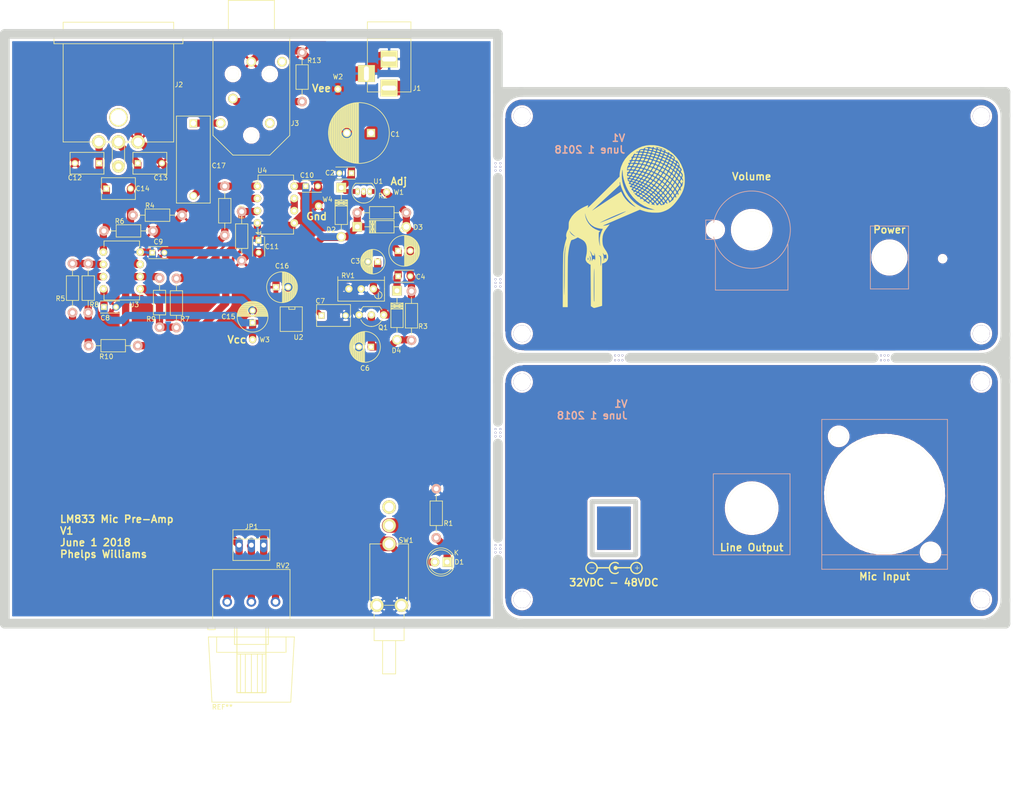
<source format=kicad_pcb>
(kicad_pcb (version 4) (host pcbnew 4.0.7-e2-6376~58~ubuntu16.04.1)
  (layers (0 F.Cu signal) (31 B.Cu signal) (34 B.Paste user) (35 F.Paste user) (36 B.SilkS user) (37 F.SilkS user) (38 B.Mask user) (39 F.Mask user) (44 Edge.Cuts user))
  (net 0 "")
  (net 1 "Net-(C1-Pad1)")
  (net 2 "Net-(C3-Pad1)")
  (net 3 VCC)
  (net 4 "Net-(C6-Pad1)")
  (net 5 "Net-(C7-Pad1)")
  (net 6 GND)
  (net 7 Vin+)
  (net 8 Vin-)
  (net 9 "Net-(D1-Pad1)")
  (net 10 "Net-(J1-Pad1)")
  (net 11 "Net-(J3-Pad3)")
  (net 12 Vout)
  (net 13 "Net-(JP1-Pad1)")
  (net 14 "Net-(JP1-Pad2)")
  (net 15 "Net-(JP1-Pad3)")
  (net 16 "Net-(R5-Pad1)")
  (net 17 "Net-(R7-Pad2)")
  (net 18 "Net-(R10-Pad2)")
  (net 19 "Net-(R12-Pad2)")
  (net 20 "Net-(R10-Pad1)")
  (net 21 "Net-(U4-Pad6)")
  (net 22 "Net-(C17-Pad2)")
  (net 23 GNDPWR)
  (net 24 "Net-(SW1-Pad3)")
  (net 25 "Net-(J2-Pad4)")
  (module Capacitors_ThroughHole:C_Radial_D12.5_L25_P5 (layer F.Cu) (at 108.75 49.75 180)
    (fp_text reference C1 (at -5 -0.25 180) (layer F.SilkS))
    (fp_text value 470uF)
    (pad 2 thru_hole circle (at 5 0 180) (size 1.7 1.7) (drill 1.2) (layers *.Cu *.Mask F.SilkS) (net 23 GNDPWR))
    (pad 1 thru_hole rect (at 0 0 180) (size 1.7 1.7) (drill 1.2) (layers *.Cu *.Mask F.SilkS) (net 1 "Net-(C1-Pad1)"))
  )
  (module Capacitors_ThroughHole:C_Rect_L4_W2.5_P2.5 (layer F.Cu) (at 104.7 58.05 180)
    (fp_text reference C2 (at 4.45 0.05 180) (layer F.SilkS))
    (fp_text value 0.1uF)
    (pad 1 thru_hole rect (at 0 0 180) (size 1.2 1.2) (drill 0.7) (layers *.Cu *.Mask F.SilkS) (net 1 "Net-(C1-Pad1)"))
    (pad 2 thru_hole circle (at 2.5 0 180) (size 1.2 1.2) (drill 0.7) (layers *.Cu *.Mask F.SilkS) (net 23 GNDPWR))
  )
  (module Capacitors_ThroughHole:C_Radial_D5_L11_P2 (layer F.Cu) (at 110.125 76.375 180)
    (fp_text reference C3 (at 4.625 0.125 180) (layer F.SilkS))
    (fp_text value 10uF/63V)
    (pad 1 thru_hole rect (at 0 0 180) (size 1.3 1.3) (drill 0.8) (layers *.Cu *.Mask F.SilkS) (net 2 "Net-(C3-Pad1)"))
    (pad 2 thru_hole circle (at 2 0 180) (size 1.3 1.3) (drill 0.8) (layers *.Cu *.Mask F.SilkS) (net 23 GNDPWR))
  )
  (module Capacitors_ThroughHole:C_Rect_L4_W2.5_P2.5 (layer F.Cu) (at 114.375 79.375)
    (fp_text reference C4 (at 4.625 0.125) (layer F.SilkS))
    (fp_text value 0.1uF)
    (pad 1 thru_hole rect (at 0 0) (size 1.2 1.2) (drill 0.7) (layers *.Cu *.Mask F.SilkS) (net 3 VCC))
    (pad 2 thru_hole circle (at 2.5 0) (size 1.2 1.2) (drill 0.7) (layers *.Cu *.Mask F.SilkS) (net 2 "Net-(C3-Pad1)"))
  )
  (module Capacitors_ThroughHole:C_Radial_D6.3_L11.2_P2.5 (layer F.Cu) (at 114.375 74.125)
    (fp_text reference C5 (at 1.25 -4.4) (layer F.SilkS))
    (fp_text value 25uF)
    (pad 2 thru_hole circle (at 2.5 0) (size 1.3 1.3) (drill 0.8) (layers *.Cu *.Mask F.SilkS) (net 2 "Net-(C3-Pad1)"))
    (pad 1 thru_hole rect (at 0 0) (size 1.3 1.3) (drill 0.8) (layers *.Cu *.Mask F.SilkS) (net 3 VCC))
  )
  (module Capacitors_ThroughHole:C_Radial_D6.3_L11.2_P2.5 (layer F.Cu) (at 108.75 94 180)
    (fp_text reference C6 (at 1.25 -4.4 180) (layer F.SilkS))
    (fp_text value 25uF)
    (pad 2 thru_hole circle (at 2.5 0 180) (size 1.3 1.3) (drill 0.8) (layers *.Cu *.Mask F.SilkS) (net 23 GNDPWR))
    (pad 1 thru_hole rect (at 0 0 180) (size 1.3 1.3) (drill 0.8) (layers *.Cu *.Mask F.SilkS) (net 4 "Net-(C6-Pad1)"))
  )
  (module Capacitors_ThroughHole:C_Rect_L7_W4.5_P5 (layer F.Cu) (at 98.5 87.5)
    (fp_text reference C7 (at -0.25 -3) (layer F.SilkS))
    (fp_text value 1uF)
    (pad 1 thru_hole rect (at 0 0) (size 1.3 1.3) (drill 0.8) (layers *.Cu *.Mask F.SilkS) (net 5 "Net-(C7-Pad1)"))
    (pad 2 thru_hole circle (at 5 0) (size 1.3 1.3) (drill 0.8) (layers *.Cu *.Mask F.SilkS) (net 23 GNDPWR))
  )
  (module Capacitors_ThroughHole:C_Rect_L4_W2.5_P2.5 (layer F.Cu) (at 53.5 85.75)
    (fp_text reference C8 (at 0.25 2.25) (layer F.SilkS))
    (fp_text value 0.1uF)
    (pad 1 thru_hole rect (at 0 0) (size 1.2 1.2) (drill 0.7) (layers *.Cu *.Mask F.SilkS) (net 3 VCC))
    (pad 2 thru_hole circle (at 2.5 0) (size 1.2 1.2) (drill 0.7) (layers *.Cu *.Mask F.SilkS) (net 6 GND))
  )
  (module Capacitors_ThroughHole:C_Rect_L4_W2.5_P2.5 (layer F.Cu) (at 63.5 74.5)
    (fp_text reference C9 (at 1.25 -2.25) (layer F.SilkS))
    (fp_text value 0.1uF)
    (pad 1 thru_hole rect (at 0 0) (size 1.2 1.2) (drill 0.7) (layers *.Cu *.Mask F.SilkS) (net 23 GNDPWR))
    (pad 2 thru_hole circle (at 2.5 0) (size 1.2 1.2) (drill 0.7) (layers *.Cu *.Mask F.SilkS) (net 6 GND))
  )
  (module Capacitors_ThroughHole:C_Rect_L4_W2.5_P2.5 (layer F.Cu) (at 95.25 60.75)
    (fp_text reference C10 (at 0.25 -2.25) (layer F.SilkS))
    (fp_text value 0.1uF)
    (pad 1 thru_hole rect (at 0 0) (size 1.2 1.2) (drill 0.7) (layers *.Cu *.Mask F.SilkS) (net 3 VCC))
    (pad 2 thru_hole circle (at 2.5 0) (size 1.2 1.2) (drill 0.7) (layers *.Cu *.Mask F.SilkS) (net 6 GND))
  )
  (module Capacitors_ThroughHole:C_Rect_L4_W2.5_P2.5 (layer F.Cu) (at 85.5 72 270)
    (fp_text reference C11 (at 1.25 -2.75 360) (layer F.SilkS))
    (fp_text value 0.1uF)
    (pad 1 thru_hole rect (at 0 0 270) (size 1.2 1.2) (drill 0.7) (layers *.Cu *.Mask F.SilkS) (net 23 GNDPWR))
    (pad 2 thru_hole circle (at 2.5 0 270) (size 1.2 1.2) (drill 0.7) (layers *.Cu *.Mask F.SilkS) (net 6 GND))
  )
  (module Capacitors_ThroughHole:C_Rect_L7_W4.5_P5 (layer F.Cu) (at 52.5 56 180)
    (fp_text reference C12 (at 5 -3 180) (layer F.SilkS))
    (fp_text value 470pF)
    (pad 1 thru_hole rect (at 0 0 180) (size 1.3 1.3) (drill 0.8) (layers *.Cu *.Mask F.SilkS) (net 7 Vin+))
    (pad 2 thru_hole circle (at 5 0 180) (size 1.3 1.3) (drill 0.8) (layers *.Cu *.Mask F.SilkS) (net 6 GND))
  )
  (module Capacitors_ThroughHole:C_Rect_L7_W4.5_P5 (layer F.Cu) (at 60.5 56)
    (fp_text reference C13 (at 4.75 3) (layer F.SilkS))
    (fp_text value 470pF)
    (pad 1 thru_hole rect (at 0 0) (size 1.3 1.3) (drill 0.8) (layers *.Cu *.Mask F.SilkS) (net 8 Vin-))
    (pad 2 thru_hole circle (at 5 0) (size 1.3 1.3) (drill 0.8) (layers *.Cu *.Mask F.SilkS) (net 6 GND))
  )
  (module Capacitors_ThroughHole:C_Rect_L7_W4.5_P5 (layer F.Cu) (at 54 61.25)
    (fp_text reference C14 (at 7.5 0) (layer F.SilkS))
    (fp_text value 200pF)
    (pad 1 thru_hole rect (at 0 0) (size 1.3 1.3) (drill 0.8) (layers *.Cu *.Mask F.SilkS) (net 7 Vin+))
    (pad 2 thru_hole circle (at 5 0) (size 1.3 1.3) (drill 0.8) (layers *.Cu *.Mask F.SilkS) (net 8 Vin-))
  )
  (module LEDs:LED-5MM (layer F.Cu) (at 124.5 138.5 180)
    (fp_text reference D1 (at -2.5 0 180) (layer F.SilkS))
    (fp_text value LED)
    (fp_text user K (at -1.905 1.905 180) (layer F.SilkS))
    (pad 1 thru_hole rect (at 0 0 270) (size 2 1.9) (drill 1.00076) (layers *.Cu *.Mask F.SilkS) (net 9 "Net-(D1-Pad1)"))
    (pad 2 thru_hole circle (at 2.54 0 180) (size 1.9 1.9) (drill 1.00076) (layers *.Cu *.Mask F.SilkS) (net 1 "Net-(C1-Pad1)"))
  )
  (module Diodes_ThroughHole:Diode_DO-41_SOD81_Horizontal_RM10 (layer F.Cu) (at 102.6 61.05 270)
    (fp_text reference D2 (at 8.7 2.1 360) (layer F.SilkS))
    (fp_text value 1N4002)
    (pad 2 thru_hole circle (at 10.16 -0.00254 90) (size 1.99898 1.99898) (drill 1.27) (layers *.Cu *.Mask F.SilkS) (net 3 VCC))
    (pad 1 thru_hole rect (at 0 -0.00254 90) (size 1.99898 1.99898) (drill 1.00076) (layers *.Cu *.Mask F.SilkS) (net 1 "Net-(C1-Pad1)"))
  )
  (module Diodes_ThroughHole:Diode_DO-41_SOD81_Horizontal_RM10 (layer F.Cu) (at 105.9 69.15)
    (fp_text reference D3 (at 12.6 0.1) (layer F.SilkS))
    (fp_text value 1N4002)
    (pad 2 thru_hole circle (at 10.16 -0.00254 180) (size 1.99898 1.99898) (drill 1.27) (layers *.Cu *.Mask F.SilkS) (net 2 "Net-(C3-Pad1)"))
    (pad 1 thru_hole rect (at 0 -0.00254 180) (size 1.99898 1.99898) (drill 1.00076) (layers *.Cu *.Mask F.SilkS) (net 3 VCC))
  )
  (module Diodes_ThroughHole:Diode_DO-41_SOD81_Horizontal_RM10 (layer F.Cu) (at 114.125 82.375 270)
    (fp_text reference D4 (at 12.375 0.125 360) (layer F.SilkS))
    (fp_text value 1N4002)
    (pad 2 thru_hole circle (at 10.16 -0.00254 90) (size 1.99898 1.99898) (drill 1.27) (layers *.Cu *.Mask F.SilkS) (net 4 "Net-(C6-Pad1)"))
    (pad 1 thru_hole rect (at 0 -0.00254 90) (size 1.99898 1.99898) (drill 1.00076) (layers *.Cu *.Mask F.SilkS) (net 3 VCC))
  )
  (module Connect:BARREL_JACK (layer F.Cu) (at 112.5 34.25 270)
    (fp_text reference J1 (at 6.25 -5.75 360) (layer F.SilkS))
    (fp_text value BARREL_JACK)
    (pad 1 thru_hole rect (at 6.20014 0 270) (size 3.50012 3.50012) (drill oval 1.00076 2.99974) (layers *.Cu *.Mask F.SilkS) (net 10 "Net-(J1-Pad1)"))
    (pad 2 thru_hole rect (at 0.20066 0 270) (size 3.50012 3.50012) (drill oval 1.00076 2.99974) (layers *.Cu *.Mask F.SilkS) (net 23 GNDPWR))
    (pad 3 thru_hole rect (at 3.2004 4.699 270) (size 3.50012 3.50012) (drill oval 2.99974 1.00076) (layers *.Cu *.Mask F.SilkS) (net 23 GNDPWR))
  )
  (module Connect:XLR3MC (layer F.Cu) (at 56.5 51.6 180)
    (fp_text reference J2 (at -12.5 11.85 180) (layer F.SilkS))
    (fp_text value XLR3)
    (pad 1 thru_hole circle (at -4.064 0 180) (size 2.794 2.794) (drill 1.778) (layers *.Cu *.Mask F.SilkS) (net 6 GND))
    (pad 2 thru_hole circle (at 4.064 0 180) (size 2.794 2.794) (drill 1.778) (layers *.Cu *.Mask F.SilkS) (net 7 Vin+))
    (pad 4 thru_hole circle (at 0 -5.08 180) (size 2.54 2.54) (drill 1.27) (layers *.Cu *.Mask F.SilkS) (net 25 "Net-(J2-Pad4)"))
    (pad 3 thru_hole circle (at 0 0 180) (size 2.794 2.794) (drill 1.778) (layers *.Cu *.Mask F.SilkS) (net 8 Vin-))
    (pad "" thru_hole circle (at 0 5.08 180) (size 3.81 3.81) (drill 3.2004) (layers *.Cu *.Mask F.SilkS))
  )
  (module p_conn:RN112APC (layer F.Cu) (at 84 50.25 90)
    (fp_text reference J3 (at 2.5 9 360) (layer F.SilkS))
    (fp_text value JACK_TRS_3PINS)
    (pad 5 thru_hole circle (at 2.54 3.81 90) (size 2 2) (drill 1.3) (layers *.Cu *.Mask F.SilkS))
    (pad 4 thru_hole circle (at 15.24 6.35 90) (size 2 2) (drill 1.3) (layers *.Cu *.Mask F.SilkS))
    (pad "" np_thru_hole circle (at 12.7 -3.81 90) (size 2.44 2.44) (drill 2.44) (layers *.Cu *.Mask F.SilkS))
    (pad "" np_thru_hole circle (at 12.7 3.81 90) (size 2.44 2.44) (drill 2.44) (layers *.Cu *.Mask F.SilkS))
    (pad 3 thru_hole circle (at 7.62 -3.81 90) (size 2 2) (drill 1.3) (layers *.Cu *.Mask F.SilkS) (net 11 "Net-(J3-Pad3)"))
    (pad "" np_thru_hole circle (at 0 0 90) (size 2.44 2.44) (drill 2.44) (layers *.Cu *.Mask F.SilkS))
    (pad 1 thru_hole circle (at 15.24 0 90) (size 2 2) (drill 1.3) (layers *.Cu *.Mask F.SilkS) (net 6 GND))
    (pad 2 thru_hole circle (at 2.54 -6.35 90) (size 2 2) (drill 1.3) (layers *.Cu *.Mask F.SilkS) (net 12 Vout))
  )
  (module Connect:PINHEAD1-3 (layer F.Cu) (at 84 135)
    (fp_text reference JP1 (at 0.05 -3.8) (layer F.SilkS))
    (fp_text value JUMPER3)
    (pad 1 thru_hole oval (at -2.54 0) (size 1.50622 3.01498) (drill 0.99822) (layers *.Cu *.Mask) (net 13 "Net-(JP1-Pad1)"))
    (pad 2 thru_hole oval (at 0 0) (size 1.50622 3.01498) (drill 0.99822) (layers *.Cu *.Mask) (net 14 "Net-(JP1-Pad2)"))
    (pad 3 thru_hole oval (at 2.54 0) (size 1.50622 3.01498) (drill 0.99822) (layers *.Cu *.Mask) (net 15 "Net-(JP1-Pad3)"))
  )
  (module TO_SOT_Packages_THT:TO-92_Inline_Wide (layer F.Cu) (at 111.375 87.375 180)
    (fp_text reference Q1 (at 0.125 -2.625 360) (layer F.SilkS))
    (fp_text value PN2907)
    (pad 2 thru_hole circle (at 2.54 0 270) (size 1.524 1.524) (drill 0.8) (layers *.Cu *.Mask F.SilkS) (net 4 "Net-(C6-Pad1)"))
    (pad 3 thru_hole circle (at 5.08 0 270) (size 1.524 1.524) (drill 0.8) (layers *.Cu *.Mask F.SilkS) (net 23 GNDPWR))
    (pad 1 thru_hole circle (at 0 0 270) (size 1.524 1.524) (drill 0.8) (layers *.Cu *.Mask F.SilkS) (net 2 "Net-(C3-Pad1)"))
  )
  (module Resistors_ThroughHole:Resistor_Horizontal_RM10mm (layer F.Cu) (at 122.25 133.5 90)
    (fp_text reference R1 (at 3 2.5 180) (layer F.SilkS))
    (fp_text value R)
    (pad 1 thru_hole circle (at 0 0 90) (size 1.99898 1.99898) (drill 1.00076) (layers *.Cu *.SilkS *.Mask) (net 9 "Net-(D1-Pad1)"))
    (pad 2 thru_hole circle (at 10.16 0 90) (size 1.99898 1.99898) (drill 1.00076) (layers *.Cu *.SilkS *.Mask) (net 23 GNDPWR))
  )
  (module Resistors_ThroughHole:Resistor_Horizontal_RM10mm (layer F.Cu) (at 105.9 66.25)
    (fp_text reference R2 (at 5.32892 -3.50012) (layer F.SilkS))
    (fp_text value 270)
    (pad 1 thru_hole circle (at 0 0) (size 1.99898 1.99898) (drill 1.00076) (layers *.Cu *.SilkS *.Mask) (net 3 VCC))
    (pad 2 thru_hole circle (at 10.16 0) (size 1.99898 1.99898) (drill 1.00076) (layers *.Cu *.SilkS *.Mask) (net 2 "Net-(C3-Pad1)"))
  )
  (module Resistors_ThroughHole:Resistor_Horizontal_RM10mm (layer F.Cu) (at 117.125 92.625 90)
    (fp_text reference R3 (at 2.875 2.375 180) (layer F.SilkS))
    (fp_text value 51k)
    (pad 1 thru_hole circle (at 0 0 90) (size 1.99898 1.99898) (drill 1.00076) (layers *.Cu *.SilkS *.Mask) (net 4 "Net-(C6-Pad1)"))
    (pad 2 thru_hole circle (at 10.16 0 90) (size 1.99898 1.99898) (drill 1.00076) (layers *.Cu *.SilkS *.Mask) (net 2 "Net-(C3-Pad1)"))
  )
  (module Resistors_ThroughHole:Resistor_Horizontal_RM10mm (layer F.Cu) (at 59.5 66.75)
    (fp_text reference R4 (at 3.5 -2) (layer F.SilkS))
    (fp_text value 1k)
    (pad 1 thru_hole circle (at 0 0) (size 1.99898 1.99898) (drill 1.00076) (layers *.Cu *.SilkS *.Mask) (net 8 Vin-))
    (pad 2 thru_hole circle (at 10.16 0) (size 1.99898 1.99898) (drill 1.00076) (layers *.Cu *.SilkS *.Mask) (net 6 GND))
  )
  (module Resistors_ThroughHole:Resistor_Horizontal_RM10mm (layer F.Cu) (at 47 76.75 270)
    (fp_text reference R5 (at 7.25 2.5 360) (layer F.SilkS))
    (fp_text value 150)
    (pad 1 thru_hole circle (at 0 0 270) (size 1.99898 1.99898) (drill 1.00076) (layers *.Cu *.SilkS *.Mask) (net 16 "Net-(R5-Pad1)"))
    (pad 2 thru_hole circle (at 10.16 0 270) (size 1.99898 1.99898) (drill 1.00076) (layers *.Cu *.SilkS *.Mask) (net 13 "Net-(JP1-Pad1)"))
  )
  (module Resistors_ThroughHole:Resistor_Horizontal_RM10mm (layer F.Cu) (at 53.5 70)
    (fp_text reference R6 (at 3.25 -2) (layer F.SilkS))
    (fp_text value 1k)
    (pad 1 thru_hole circle (at 0 0) (size 1.99898 1.99898) (drill 1.00076) (layers *.Cu *.SilkS *.Mask) (net 7 Vin+))
    (pad 2 thru_hole circle (at 10.16 0) (size 1.99898 1.99898) (drill 1.00076) (layers *.Cu *.SilkS *.Mask) (net 6 GND))
  )
  (module Resistors_ThroughHole:Resistor_Horizontal_RM10mm (layer F.Cu) (at 65 79.75 270)
    (fp_text reference R7 (at 8.5 -5.25 360) (layer F.SilkS))
    (fp_text value 10k)
    (pad 1 thru_hole circle (at 0 0 270) (size 1.99898 1.99898) (drill 1.00076) (layers *.Cu *.SilkS *.Mask) (net 15 "Net-(JP1-Pad3)"))
    (pad 2 thru_hole circle (at 10.16 0 270) (size 1.99898 1.99898) (drill 1.00076) (layers *.Cu *.SilkS *.Mask) (net 17 "Net-(R7-Pad2)"))
  )
  (module Resistors_ThroughHole:Resistor_Horizontal_RM10mm (layer F.Cu) (at 50.25 76.75 270)
    (fp_text reference R8 (at 8.5 -1.25 360) (layer F.SilkS))
    (fp_text value 10k)
    (pad 1 thru_hole circle (at 0 0 270) (size 1.99898 1.99898) (drill 1.00076) (layers *.Cu *.SilkS *.Mask) (net 16 "Net-(R5-Pad1)"))
    (pad 2 thru_hole circle (at 10.16 0 270) (size 1.99898 1.99898) (drill 1.00076) (layers *.Cu *.SilkS *.Mask) (net 18 "Net-(R10-Pad2)"))
  )
  (module Resistors_ThroughHole:Resistor_Horizontal_RM10mm (layer F.Cu) (at 68.5 90 90)
    (fp_text reference R9 (at 1.75 -5.25 180) (layer F.SilkS))
    (fp_text value 10k)
    (pad 1 thru_hole circle (at 0 0 90) (size 1.99898 1.99898) (drill 1.00076) (layers *.Cu *.SilkS *.Mask) (net 17 "Net-(R7-Pad2)"))
    (pad 2 thru_hole circle (at 10.16 0 90) (size 1.99898 1.99898) (drill 1.00076) (layers *.Cu *.SilkS *.Mask) (net 19 "Net-(R12-Pad2)"))
  )
  (module Resistors_ThroughHole:Resistor_Horizontal_RM10mm (layer F.Cu) (at 60.5 93.75 180)
    (fp_text reference R10 (at 6.5 -2.25 180) (layer F.SilkS))
    (fp_text value 10k)
    (pad 1 thru_hole circle (at 0 0 180) (size 1.99898 1.99898) (drill 1.00076) (layers *.Cu *.SilkS *.Mask) (net 20 "Net-(R10-Pad1)"))
    (pad 2 thru_hole circle (at 10.16 0 180) (size 1.99898 1.99898) (drill 1.00076) (layers *.Cu *.SilkS *.Mask) (net 18 "Net-(R10-Pad2)"))
  )
  (module Resistors_ThroughHole:Resistor_Horizontal_RM10mm (layer F.Cu) (at 82 66 270)
    (fp_text reference R11 (at 5.32892 -3.50012 270) (layer F.SilkS))
    (fp_text value 20k)
    (pad 1 thru_hole circle (at 0 0 270) (size 1.99898 1.99898) (drill 1.00076) (layers *.Cu *.SilkS *.Mask) (net 20 "Net-(R10-Pad1)"))
    (pad 2 thru_hole circle (at 10.16 0 270) (size 1.99898 1.99898) (drill 1.00076) (layers *.Cu *.SilkS *.Mask) (net 6 GND))
  )
  (module Resistors_ThroughHole:Resistor_Horizontal_RM10mm (layer F.Cu) (at 78.5 60.75 270)
    (fp_text reference R12 (at 5.32892 -3.50012 270) (layer F.SilkS))
    (fp_text value 20k)
    (pad 1 thru_hole circle (at 0 0 270) (size 1.99898 1.99898) (drill 1.00076) (layers *.Cu *.SilkS *.Mask) (net 22 "Net-(C17-Pad2)"))
    (pad 2 thru_hole circle (at 10.16 0 270) (size 1.99898 1.99898) (drill 1.00076) (layers *.Cu *.SilkS *.Mask) (net 19 "Net-(R12-Pad2)"))
  )
  (module Resistors_ThroughHole:Resistor_Horizontal_RM10mm (layer F.Cu) (at 94.5 43.25 90)
    (fp_text reference R13 (at 8.5 2.5 180) (layer F.SilkS))
    (fp_text value 1M)
    (pad 1 thru_hole circle (at 0 0 90) (size 1.99898 1.99898) (drill 1.00076) (layers *.Cu *.SilkS *.Mask) (net 11 "Net-(J3-Pad3)"))
    (pad 2 thru_hole circle (at 10.16 0 90) (size 1.99898 1.99898) (drill 1.00076) (layers *.Cu *.SilkS *.Mask) (net 6 GND))
  )
  (module Potentiometers:Potentiometer_Bourns_3296W_3-8Zoll_Inline_ScrewUp (layer F.Cu) (at 109.25 82 90)
    (fp_text reference RV1 (at 2.75 -5.25 180) (layer F.SilkS))
    (fp_text value 10k)
    (pad 2 thru_hole circle (at 0 -2.54 90) (size 1.524 1.524) (drill 0.8128) (layers *.Cu *.Mask F.SilkS) (net 23 GNDPWR))
    (pad 3 thru_hole circle (at 0 -5.08 90) (size 1.524 1.524) (drill 0.8128) (layers *.Cu *.Mask F.SilkS) (net 23 GNDPWR))
    (pad 1 thru_hole circle (at 0 0 90) (size 1.524 1.524) (drill 0.8128) (layers *.Cu *.Mask F.SilkS) (net 2 "Net-(C3-Pad1)"))
  )
  (module TO_SOT_Packages_THT:TO-92_Inline_Narrow_Oval (layer F.Cu) (at 108.5 61.85 180)
    (fp_text reference U1 (at -1.75 2.1 180) (layer F.SilkS))
    (fp_text value LM317L-N)
    (pad 2 thru_hole oval (at 1.27 0) (size 0.89916 1.50114) (drill 0.6) (layers *.Cu *.Mask F.SilkS) (net 3 VCC))
    (pad 3 thru_hole oval (at 2.54 0) (size 0.89916 1.50114) (drill 0.6) (layers *.Cu *.Mask F.SilkS) (net 1 "Net-(C1-Pad1)"))
    (pad 1 thru_hole oval (at 0 0) (size 0.89916 1.50114) (drill 0.6) (layers *.Cu *.Mask F.SilkS) (net 2 "Net-(C3-Pad1)"))
  )
  (module SMD_Packages:SOIC-8-N (layer F.Cu) (at 92.25 88.25 270)
    (fp_text reference U2 (at 3.75 -1.5 360) (layer F.SilkS))
    (fp_text value TLE2426-SOIC)
    (pad 8 smd rect (at -1.905 -3.175 270) (size 0.508 1.143) (layers F.Cu F.Paste F.Mask) (net 5 "Net-(C7-Pad1)"))
    (pad 7 smd rect (at -0.635 -3.175 270) (size 0.508 1.143) (layers F.Cu F.Paste F.Mask))
    (pad 6 smd rect (at 0.635 -3.175 270) (size 0.508 1.143) (layers F.Cu F.Paste F.Mask))
    (pad 5 smd rect (at 1.905 -3.175 270) (size 0.508 1.143) (layers F.Cu F.Paste F.Mask))
    (pad 4 smd rect (at 1.905 3.175 270) (size 0.508 1.143) (layers F.Cu F.Paste F.Mask))
    (pad 3 smd rect (at 0.635 3.175 270) (size 0.508 1.143) (layers F.Cu F.Paste F.Mask) (net 3 VCC))
    (pad 2 smd rect (at -0.635 3.175 270) (size 0.508 1.143) (layers F.Cu F.Paste F.Mask) (net 23 GNDPWR))
    (pad 1 smd rect (at -1.905 3.175 270) (size 0.508 1.143) (layers F.Cu F.Paste F.Mask) (net 6 GND))
  )
  (module Housings_DIP:DIP-8_W7.62mm (layer F.Cu) (at 61 82 180)
    (fp_text reference U3 (at 1.25 -3.25 180) (layer F.SilkS))
    (fp_text value LM833)
    (pad 1 thru_hole oval (at 0 0 180) (size 1.6 1.6) (drill 0.8) (layers *.Cu *.Mask F.SilkS) (net 17 "Net-(R7-Pad2)"))
    (pad 2 thru_hole oval (at 0 2.54 180) (size 1.6 1.6) (drill 0.8) (layers *.Cu *.Mask F.SilkS) (net 15 "Net-(JP1-Pad3)"))
    (pad 3 thru_hole oval (at 0 5.08 180) (size 1.6 1.6) (drill 0.8) (layers *.Cu *.Mask F.SilkS) (net 8 Vin-))
    (pad 4 thru_hole oval (at 0 7.62 180) (size 1.6 1.6) (drill 0.8) (layers *.Cu *.Mask F.SilkS) (net 23 GNDPWR))
    (pad 5 thru_hole oval (at 7.62 7.62 180) (size 1.6 1.6) (drill 0.8) (layers *.Cu *.Mask F.SilkS) (net 7 Vin+))
    (pad 6 thru_hole oval (at 7.62 5.08 180) (size 1.6 1.6) (drill 0.8) (layers *.Cu *.Mask F.SilkS) (net 16 "Net-(R5-Pad1)"))
    (pad 7 thru_hole oval (at 7.62 2.54 180) (size 1.6 1.6) (drill 0.8) (layers *.Cu *.Mask F.SilkS) (net 18 "Net-(R10-Pad2)"))
    (pad 8 thru_hole oval (at 7.62 0 180) (size 1.6 1.6) (drill 0.8) (layers *.Cu *.Mask F.SilkS) (net 3 VCC))
  )
  (module Housings_DIP:DIP-8_W7.62mm (layer F.Cu) (at 85.25 60.75)
    (fp_text reference U4 (at 1 -3.25) (layer F.SilkS))
    (fp_text value LM833)
    (pad 1 thru_hole oval (at 0 0) (size 1.6 1.6) (drill 0.8) (layers *.Cu *.Mask F.SilkS) (net 22 "Net-(C17-Pad2)"))
    (pad 2 thru_hole oval (at 0 2.54) (size 1.6 1.6) (drill 0.8) (layers *.Cu *.Mask F.SilkS) (net 19 "Net-(R12-Pad2)"))
    (pad 3 thru_hole oval (at 0 5.08) (size 1.6 1.6) (drill 0.8) (layers *.Cu *.Mask F.SilkS) (net 20 "Net-(R10-Pad1)"))
    (pad 4 thru_hole oval (at 0 7.62) (size 1.6 1.6) (drill 0.8) (layers *.Cu *.Mask F.SilkS) (net 23 GNDPWR))
    (pad 5 thru_hole oval (at 7.62 7.62) (size 1.6 1.6) (drill 0.8) (layers *.Cu *.Mask F.SilkS) (net 6 GND))
    (pad 6 thru_hole oval (at 7.62 5.08) (size 1.6 1.6) (drill 0.8) (layers *.Cu *.Mask F.SilkS) (net 21 "Net-(U4-Pad6)"))
    (pad 7 thru_hole oval (at 7.62 2.54) (size 1.6 1.6) (drill 0.8) (layers *.Cu *.Mask F.SilkS) (net 21 "Net-(U4-Pad6)"))
    (pad 8 thru_hole oval (at 7.62 0) (size 1.6 1.6) (drill 0.8) (layers *.Cu *.Mask F.SilkS) (net 3 VCC))
  )
  (module Measurement_Points:Measurement_Point_Round-TH_Small (layer F.Cu) (at 112 61.95)
    (fp_text reference W1 (at 2.5 0.05) (layer F.SilkS))
    (fp_text value TEST_1P)
    (pad 1 thru_hole circle (at 0 0) (size 1.50114 1.50114) (drill 0.8001) (layers *.Cu *.Mask F.SilkS) (net 2 "Net-(C3-Pad1)"))
  )
  (module Measurement_Points:Measurement_Point_Round-TH_Small (layer F.Cu) (at 101.9 40.65)
    (fp_text reference W2 (at 0 -2.54) (layer F.SilkS))
    (fp_text value TEST_1P)
    (pad 1 thru_hole circle (at 0 0) (size 1.50114 1.50114) (drill 0.8001) (layers *.Cu *.Mask F.SilkS) (net 23 GNDPWR))
  )
  (module Measurement_Points:Measurement_Point_Round-TH_Small (layer F.Cu) (at 84.25 92.5)
    (fp_text reference W3 (at 2.5 0) (layer F.SilkS))
    (fp_text value TEST_1P)
    (pad 1 thru_hole circle (at 0 0) (size 1.50114 1.50114) (drill 0.8001) (layers *.Cu *.Mask F.SilkS) (net 3 VCC))
  )
  (module Measurement_Points:Measurement_Point_Round-TH_Small (layer F.Cu) (at 97.9 64.85)
    (fp_text reference W4 (at 1.85 -1.35) (layer F.SilkS))
    (fp_text value TEST_1P)
    (pad 1 thru_hole circle (at 0 0) (size 1.50114 1.50114) (drill 0.8001) (layers *.Cu *.Mask F.SilkS) (net 6 GND))
  )
  (module Capacitors_ThroughHole:C_Radial_D6.3_L11.2_P2.5 (layer F.Cu) (at 84.25 89 90)
    (fp_text reference C15 (at 1.25 -5 180) (layer F.SilkS))
    (fp_text value 25uF)
    (pad 2 thru_hole circle (at 2.5 0 90) (size 1.3 1.3) (drill 0.8) (layers *.Cu *.Mask F.SilkS) (net 6 GND))
    (pad 1 thru_hole rect (at 0 0 90) (size 1.3 1.3) (drill 0.8) (layers *.Cu *.Mask F.SilkS) (net 3 VCC))
  )
  (module Capacitors_ThroughHole:C_Radial_D6.3_L11.2_P2.5 (layer F.Cu) (at 89.1 81.65)
    (fp_text reference C16 (at 1.25 -4.4) (layer F.SilkS))
    (fp_text value 25uF)
    (pad 2 thru_hole circle (at 2.5 0) (size 1.3 1.3) (drill 0.8) (layers *.Cu *.Mask F.SilkS) (net 23 GNDPWR))
    (pad 1 thru_hole rect (at 0 0) (size 1.3 1.3) (drill 0.8) (layers *.Cu *.Mask F.SilkS) (net 6 GND))
  )
  (module Capacitors_ThroughHole:C_Rect_L18_W7_P15 (layer F.Cu) (at 72 47.75 270)
    (fp_text reference C17 (at 8.75 -5.25 360) (layer F.SilkS))
    (fp_text value 1uF)
    (pad 1 thru_hole rect (at 0 0 270) (size 1.6 1.6) (drill 1.1) (layers *.Cu *.Mask F.SilkS) (net 12 Vout))
    (pad 2 thru_hole circle (at 15 0 270) (size 1.6 1.6) (drill 1.1) (layers *.Cu *.Mask F.SilkS) (net 22 "Net-(C17-Pad2)"))
  )
  (module p_switch:M2012S2A2W40 (layer F.Cu) (at 112.5 134.75)
    (fp_text reference SW1 (at 3.5 -0.75 180) (layer F.SilkS))
    (fp_text value M2012S2A2W40)
    (pad 3 thru_hole circle (at 0 -7.62) (size 2.8 2.8) (drill 1.8) (layers *.Cu *.Mask F.SilkS) (net 24 "Net-(SW1-Pad3)"))
    (pad 4 thru_hole circle (at -2.54 12.7) (size 2.8 2.8) (drill 1.8) (layers *.Cu *.Mask F.SilkS) (net 23 GNDPWR))
    (pad 5 thru_hole circle (at 2.54 12.7) (size 2.8 2.8) (drill 1.8) (layers *.Cu *.Mask F.SilkS) (net 23 GNDPWR))
    (pad 1 thru_hole circle (at 0 0) (size 2.8 2.8) (drill 1.8) (layers *.Cu *.Mask F.SilkS) (net 1 "Net-(C1-Pad1)"))
    (pad 2 thru_hole circle (at 0 -3.81) (size 2.8 2.8) (drill 1.8) (layers *.Cu *.Mask F.SilkS) (net 10 "Net-(J1-Pad1)"))
  )
  (module p_pot:RK163 (layer F.Cu) (at 84 146.75)
    (fp_text reference RV2 (at 6.5 -7.5) (layer F.SilkS))
    (fp_text value 20k)
    (pad 3 thru_hole circle (at 5 0) (size 2 2) (drill 1.2) (layers *.Cu *.Mask) (net 15 "Net-(JP1-Pad3)"))
    (pad 2 thru_hole circle (at 0 0) (size 2 2) (drill 1.2) (layers *.Cu *.Mask) (net 14 "Net-(JP1-Pad2)"))
    (pad 1 thru_hole circle (at -5 0) (size 2 2) (drill 1.2) (layers *.Cu *.Mask) (net 13 "Net-(JP1-Pad1)"))
  )
  (module p_pot:PK1100B1_4 (layer F.Cu) (at 84 154)
    (fp_text reference REF** (at -6 14.5) (layer F.SilkS))
    (fp_text value PK1100B1_4)
  )
  (module Mounting_Holes:MountingHole_3-5mm (layer F.Cu) (at 140 46.25)
    (fp_text reference REF** hide)
    (fp_text value MountingHole_3-5mm hide)
    (pad 1 thru_hole circle (at 0 0) (size 3.5 3.5) (drill 3.5) (layers))
  )
  (module Mounting_Holes:MountingHole_3-5mm (layer F.Cu) (at 140 91.25)
    (fp_text reference REF** hide)
    (fp_text value MountingHole_3-5mm hide)
    (pad 1 thru_hole circle (at 0 0) (size 3.5 3.5) (drill 3.5) (layers))
  )
  (module Mounting_Holes:MountingHole_3-5mm (layer F.Cu) (at 235 91.25)
    (fp_text reference REF** hide)
    (fp_text value MountingHole_3-5mm hide)
    (pad 1 thru_hole circle (at 0 0) (size 3.5 3.5) (drill 3.5) (layers))
  )
  (module Mounting_Holes:MountingHole_3-5mm (layer F.Cu) (at 235 46.25)
    (fp_text reference REF** hide)
    (fp_text value MountingHole_3-5mm hide)
    (pad 1 thru_hole circle (at 0 0) (size 3.5 3.5) (drill 3.5) (layers))
  )
  (module p_panel_holes:M2012S2A2W40 (layer F.Cu) (at 216 75.5)
    (fp_text reference REF** hide)
    (fp_text value M2012S2A2W40)
    (pad "" np_thru_hole circle (at 0 0) (size 6.5 6.5) (drill 6.5) (layers *.Cu *.Mask F.SilkS))
  )
  (module p_panel_holes:RK163 (layer F.Cu) (at 187.5 69.75)
    (fp_text reference REF** hide)
    (fp_text value RK163)
    (pad "" np_thru_hole circle (at -7.5 0) (size 3 3) (drill 3) (layers *.Cu *.Mask F.SilkS))
    (pad "" np_thru_hole circle (at 0 0) (size 7.6 7.6) (drill 7.6) (layers *.Cu *.Mask F.SilkS))
  )
  (module p_panel_holes:LED_Mini_Hole (layer F.Cu) (at 227 75.75)
    (fp_text reference REF** hide)
    (fp_text value LED_Mini_Hole)
    (pad "" np_thru_hole circle (at 0 0) (size 1 1) (drill 1) (layers *.Cu *.Mask F.SilkS))
  )
  (module p_images:mic_stand (layer F.Cu) (at 161 69)
    (fp_text reference G*** hide)
    (fp_text value LOGO hide)
  )
  (module Mounting_Holes:MountingHole_3-5mm (layer F.Cu) (at 235 101.25)
    (fp_text reference REF** hide)
    (fp_text value MountingHole_3-5mm hide)
    (pad 1 thru_hole circle (at 0 0) (size 3.5 3.5) (drill 3.5) (layers))
  )
  (module Mounting_Holes:MountingHole_3-5mm (layer F.Cu) (at 235 146.25)
    (fp_text reference REF** hide)
    (fp_text value MountingHole_3-5mm hide)
    (pad 1 thru_hole circle (at 0 0) (size 3.5 3.5) (drill 3.5) (layers))
  )
  (module Mounting_Holes:MountingHole_3-5mm (layer F.Cu) (at 140 146.25)
    (fp_text reference REF** hide)
    (fp_text value MountingHole_3-5mm hide)
    (pad 1 thru_hole circle (at 0 0) (size 3.5 3.5) (drill 3.5) (layers))
  )
  (module Mounting_Holes:MountingHole_3-5mm (layer F.Cu) (at 140 101.25)
    (fp_text reference REF** hide)
    (fp_text value MountingHole_3-5mm hide)
    (pad 1 thru_hole circle (at 0 0) (size 3.5 3.5) (drill 3.5) (layers))
  )
  (module p_panel_holes:E3FRA (layer F.Cu) (at 215 124.5)
    (fp_text reference REF** hide)
    (fp_text value E3FRA)
    (pad "" np_thru_hole circle (at 0 0) (size 24 24) (drill 24) (layers *.Cu *.Mask F.SilkS))
    (pad "" np_thru_hole circle (at -9.5 -12) (size 3.5 3.5) (drill 3.5) (layers *.Cu *.Mask F.SilkS))
    (pad "" np_thru_hole circle (at 9.5 12) (size 3.5 3.5) (drill 3.5) (layers *.Cu *.Mask F.SilkS))
  )
  (module p_panel_holes:RN11XXPC (layer F.Cu) (at 187.5 127.35)
    (fp_text reference REF** hide)
    (fp_text value RN11XXPC)
    (pad "" np_thru_hole circle (at 0 0) (size 10.1 10.1) (drill 10.1) (layers *.Cu *.Mask F.SilkS))
  )
  (module p_images:dc_barrel_polarity (layer F.Cu) (at 159 139.75)
    (fp_text reference G*** hide)
    (fp_text value LOGO hide)
  )
  (module p_panel_holes:PJ202 (layer F.Cu) (at 159 130.5)
    (fp_text reference REF** hide)
    (fp_text value PJ202)
    (fp_line (start -4.5 6.5) (end 4.5 6.5) (layer Edge.Cuts) (width 1))
    (fp_line (start 4.5 6.5) (end 4.5 -4.5) (layer Edge.Cuts) (width 1))
    (fp_line (start 4.5 -4.5) (end -4.5 -4.5) (layer Edge.Cuts) (width 1))
    (fp_line (start -4.5 -4.5) (end -4.5 6.5) (layer Edge.Cuts) (width 1))
  )
  (gr_arc (start 140 146.25) (end 140 151.25) (angle 90) (layer Edge.Cuts) (width 2))
  (gr_arc (start 235 146.25) (end 240 146.25) (angle 90) (layer Edge.Cuts) (width 2))
  (gr_arc (start 235 46.25) (end 235 41.25) (angle 90) (layer Edge.Cuts) (width 2))
  (gr_arc (start 140 46.25) (end 135 46.25) (angle 90) (layer Edge.Cuts) (width 2))
  (gr_arc (start 140 91.25) (end 140 96.25) (angle 90) (layer Edge.Cuts) (width 2))
  (gr_arc (start 140 101.25) (end 135 101.25) (angle 90) (layer Edge.Cuts) (width 2))
  (gr_arc (start 235 91.25) (end 240 91.25) (angle 90) (layer Edge.Cuts) (width 2))
  (gr_arc (start 235 101.25) (end 235 96.25) (angle 90) (layer Edge.Cuts) (width 2))
  (gr_text Gnd (at 97.5 67) (layer F.SilkS) (effects (font (size 1.5 1.5) (thickness 0.3))))
  (gr_text Vee (at 98.5 40.5) (layer F.SilkS) (effects (font (size 1.5 1.5) (thickness 0.3))))
  (gr_text Vcc (at 81 92.5) (layer F.SilkS) (effects (font (size 1.5 1.5) (thickness 0.3))))
  (gr_text Adj (at 114.5 59.75) (layer F.SilkS) (effects (font (size 1.5 1.5) (thickness 0.3))))
  (gr_line (start 135 41.25) (end 240 41.25) (angle 90) (layer Edge.Cuts) (width 2))
  (gr_line (start 240 41.25) (end 240 151.25) (angle 90) (layer Edge.Cuts) (width 2))
  (gr_line (start 33 29.25) (end 33 151.25) (angle 90) (layer Edge.Cuts) (width 2))
  (gr_line (start 135 29.25) (end 33 29.25) (angle 90) (layer Edge.Cuts) (width 2))
  (gr_line (start 135 54.5) (end 135 29.25) (angle 90) (layer Edge.Cuts) (width 2))
  (gr_line (start 135 78.5) (end 135 59) (angle 90) (layer Edge.Cuts) (width 2))
  (gr_line (start 33 151.25) (end 240 151.25) (angle 90) (layer Edge.Cuts) (width 2))
  (gr_line (start 217.25 96.25) (end 240 96.25) (angle 90) (layer Edge.Cuts) (width 2))
  (gr_line (start 162.25 96.25) (end 212.75 96.25) (angle 90) (layer Edge.Cuts) (width 2))
  (gr_line (start 135 96.25) (end 157.75 96.25) (angle 90) (layer Edge.Cuts) (width 2))
  (gr_line (start 135 109.5) (end 135 83) (angle 90) (layer Edge.Cuts) (width 2))
  (gr_line (start 135 133.5) (end 135 114) (angle 90) (layer Edge.Cuts) (width 2))
  (gr_line (start 135 151.25) (end 135 138) (angle 90) (layer Edge.Cuts) (width 2))
  (gr_text "LM833 Mic Pre-Amp\nV1\nJune 1 2018\nPhelps Williams" (at 44.25 133.25) (layer F.SilkS) (effects (font (size 1.5 1.5) (thickness 0.3)) (justify left)))
  (gr_text Volume (at 187.5 58.75) (layer F.SilkS) (effects (font (size 1.5 1.5) (thickness 0.3))))
  (gr_text Power (at 216 69.75) (layer F.SilkS) (effects (font (size 1.5 1.5) (thickness 0.3))))
  (gr_text "V1\nJune 1 2018" (at 161.5 52) (layer B.SilkS) (effects (font (size 1.5 1.5) (thickness 0.3)) (justify left mirror)))
  (gr_text "V1\nJune 1 2018" (at 162 107) (layer B.SilkS) (effects (font (size 1.5 1.5) (thickness 0.3)) (justify left mirror)))
  (gr_text "32VDC - 48VDC" (at 159 142.75) (layer F.SilkS) (effects (font (size 1.5 1.5) (thickness 0.3))))
  (gr_text "Line Output" (at 187.5 135.5) (layer F.SilkS) (effects (font (size 1.5 1.5) (thickness 0.3))))
  (gr_text "Mic Input" (at 215 141.5) (layer F.SilkS) (effects (font (size 1.5 1.5) (thickness 0.3))))
  (via (at 135.5 57.5) (size 0.4) (drill 0.3) (layers F.Cu B.Cu) (net 0))
  (via (at 134.5 57.5) (size 0.4) (drill 0.3) (layers F.Cu B.Cu) (net 0))
  (via (at 135.5 56) (size 0.4) (drill 0.3) (layers F.Cu B.Cu) (net 0))
  (via (at 134.5 56) (size 0.4) (drill 0.3) (layers F.Cu B.Cu) (net 0))
  (via (at 134.5 56.75) (size 0.4) (drill 0.3) (layers F.Cu B.Cu) (net 0))
  (via (at 135.5 56.75) (size 0.4) (drill 0.3) (layers F.Cu B.Cu) (net 0))
  (via (at 135.5 81.5) (size 0.4) (drill 0.3) (layers F.Cu B.Cu) (net 0))
  (via (at 134.5 81.5) (size 0.4) (drill 0.3) (layers F.Cu B.Cu) (net 0))
  (via (at 134.5 80) (size 0.4) (drill 0.3) (layers F.Cu B.Cu) (net 0))
  (via (at 135.5 80) (size 0.4) (drill 0.3) (layers F.Cu B.Cu) (net 0))
  (via (at 135.5 80.75) (size 0.4) (drill 0.3) (layers F.Cu B.Cu) (net 0))
  (via (at 134.5 80.75) (size 0.4) (drill 0.3) (layers F.Cu B.Cu) (net 0))
  (via (at 214.25 96.75) (size 0.4) (drill 0.3) (layers F.Cu B.Cu) (net 0))
  (via (at 214.25 95.75) (size 0.4) (drill 0.3) (layers F.Cu B.Cu) (net 0))
  (via (at 215 95.75) (size 0.4) (drill 0.3) (layers F.Cu B.Cu) (net 0))
  (via (at 215 96.75) (size 0.4) (drill 0.3) (layers F.Cu B.Cu) (net 0))
  (via (at 215.75 96.75) (size 0.4) (drill 0.3) (layers F.Cu B.Cu) (net 0))
  (via (at 215.75 95.75) (size 0.4) (drill 0.3) (layers F.Cu B.Cu) (net 0))
  (via (at 160.75 95.75) (size 0.4) (drill 0.3) (layers F.Cu B.Cu) (net 0))
  (via (at 160.75 96.75) (size 0.4) (drill 0.3) (layers F.Cu B.Cu) (net 0))
  (via (at 160 96.75) (size 0.4) (drill 0.3) (layers F.Cu B.Cu) (net 0))
  (via (at 160 95.75) (size 0.4) (drill 0.3) (layers F.Cu B.Cu) (net 0))
  (via (at 159.25 96.75) (size 0.4) (drill 0.3) (layers F.Cu B.Cu) (net 0))
  (via (at 159.25 95.75) (size 0.4) (drill 0.3) (layers F.Cu B.Cu) (net 0))
  (via (at 134.5 135) (size 0.4) (drill 0.3) (layers F.Cu B.Cu) (net 0))
  (via (at 134.5 135.75) (size 0.4) (drill 0.3) (layers F.Cu B.Cu) (net 0))
  (via (at 134.5 136.5) (size 0.4) (drill 0.3) (layers F.Cu B.Cu) (net 0))
  (via (at 135.5 135) (size 0.4) (drill 0.3) (layers F.Cu B.Cu) (net 0))
  (via (at 135.5 135.75) (size 0.4) (drill 0.3) (layers F.Cu B.Cu) (net 0))
  (via (at 135.5 136.5) (size 0.4) (drill 0.3) (layers F.Cu B.Cu) (net 0))
  (via (at 134.5 111) (size 0.4) (drill 0.3) (layers F.Cu B.Cu) (net 0))
  (via (at 135.5 111) (size 0.4) (drill 0.3) (layers F.Cu B.Cu) (net 0))
  (via (at 135.5 111.75) (size 0.4) (drill 0.3) (layers F.Cu B.Cu) (net 0))
  (via (at 134.5 111.75) (size 0.4) (drill 0.3) (layers F.Cu B.Cu) (net 0))
  (via (at 134.5 112.5) (size 0.4) (drill 0.3) (layers F.Cu B.Cu) (net 0))
  (via (at 135.5 112.5) (size 0.4) (drill 0.3) (layers F.Cu B.Cu) (net 0))
  (segment (start 105.96 61.85) (end 103.40254 61.85) (width 1) (layer F.Cu) (net 1))
  (segment (start 103.40254 61.85) (end 102.60254 61.05) (width 1) (layer F.Cu) (net 1))
  (segment (start 104.7 58.05) (end 104.7 58.95254) (width 1.5) (layer F.Cu) (net 1))
  (segment (start 104.7 58.95254) (end 102.60254 61.05) (width 1.5) (layer F.Cu) (net 1))
  (segment (start 108.75 49.75) (end 104.7 53.8) (width 1.5) (layer F.Cu) (net 1))
  (segment (start 104.7 53.8) (end 104.7 58.05) (width 1.5) (layer F.Cu) (net 1))
  (segment (start 112.5 134.75) (end 111.1 134.75) (width 3) (layer F.Cu) (net 1))
  (segment (start 111.1 134.75) (end 108.8 132.45) (width 3) (layer F.Cu) (net 1))
  (segment (start 116.4 49.75) (end 108.75 49.75) (width 3) (layer F.Cu) (net 1))
  (segment (start 121.8 55.15) (end 116.4 49.75) (width 3) (layer F.Cu) (net 1))
  (segment (start 121.8 111.45) (end 121.8 55.15) (width 3) (layer F.Cu) (net 1))
  (segment (start 108.8 124.45) (end 121.8 111.45) (width 3) (layer F.Cu) (net 1))
  (segment (start 108.8 132.45) (end 108.8 124.45) (width 3) (layer F.Cu) (net 1))
  (segment (start 112.5 134.75) (end 116.25 138.5) (width 1.5) (layer F.Cu) (net 1))
  (segment (start 116.25 138.5) (end 121.96 138.5) (width 1.5) (layer F.Cu) (net 1))
  (segment (start 110.125 76.375) (end 110.125 79.125) (width 1.5) (layer F.Cu) (net 2))
  (segment (start 109.25 80) (end 109.25 82) (width 1.5) (layer F.Cu) (net 2))
  (segment (start 110.125 79.125) (end 109.25 80) (width 1.5) (layer F.Cu) (net 2))
  (segment (start 117.125 82.465) (end 117.125 84.825) (width 1.5) (layer F.Cu) (net 2))
  (segment (start 114.575 87.375) (end 111.375 87.375) (width 1.5) (layer F.Cu) (net 2))
  (segment (start 117.125 84.825) (end 114.575 87.375) (width 1.5) (layer F.Cu) (net 2))
  (segment (start 111.375 87.375) (end 111.375 84.125) (width 1.5) (layer F.Cu) (net 2))
  (segment (start 111.375 84.125) (end 109.25 82) (width 1.5) (layer F.Cu) (net 2))
  (segment (start 116.875 79.375) (end 117.125 79.625) (width 1.5) (layer F.Cu) (net 2))
  (segment (start 117.125 79.625) (end 117.125 82.465) (width 1.5) (layer F.Cu) (net 2))
  (segment (start 116.875 74.125) (end 116.875 79.375) (width 1.5) (layer F.Cu) (net 2))
  (segment (start 116.06 69.14746) (end 116.875 69.96246) (width 1.5) (layer F.Cu) (net 2))
  (segment (start 116.875 69.96246) (end 116.875 74.125) (width 1.5) (layer F.Cu) (net 2))
  (segment (start 112 61.95) (end 112 62.19) (width 1.5) (layer F.Cu) (net 2))
  (segment (start 112 62.19) (end 116.06 66.25) (width 1.5) (layer F.Cu) (net 2))
  (segment (start 116.06 66.25) (end 116.06 69.14746) (width 1.5) (layer F.Cu) (net 2))
  (segment (start 108.5 61.85) (end 111.9 61.85) (width 1) (layer F.Cu) (net 2))
  (segment (start 111.9 61.85) (end 112 61.95) (width 1) (layer F.Cu) (net 2))
  (segment (start 84.25 89) (end 82 89) (width 1.5) (layer B.Cu) (net 3))
  (segment (start 53.5 87.25) (end 53.5 85.75) (width 1.5) (layer B.Cu) (net 3))
  (segment (start 54.75 88.5) (end 53.5 87.25) (width 1.5) (layer B.Cu) (net 3))
  (segment (start 57.25 88.5) (end 54.75 88.5) (width 1.5) (layer B.Cu) (net 3))
  (segment (start 58.25 87.5) (end 57.25 88.5) (width 1.5) (layer B.Cu) (net 3))
  (segment (start 80.5 87.5) (end 58.25 87.5) (width 1.5) (layer B.Cu) (net 3))
  (segment (start 82 89) (end 80.5 87.5) (width 1.5) (layer B.Cu) (net 3))
  (segment (start 95.25 60.75) (end 95.25 67.75) (width 1.5) (layer B.Cu) (net 3))
  (segment (start 98.71 71.21) (end 102.60254 71.21) (width 1.5) (layer B.Cu) (net 3))
  (segment (start 95.25 67.75) (end 98.71 71.21) (width 1.5) (layer B.Cu) (net 3))
  (segment (start 84.25 89) (end 84.25 92.5) (width 1.5) (layer F.Cu) (net 3))
  (segment (start 105.9 69.14746) (end 105.9 66.25) (width 1.5) (layer F.Cu) (net 3))
  (segment (start 53.5 85.75) (end 53.5 82.12) (width 1.5) (layer F.Cu) (net 3))
  (segment (start 53.5 82.12) (end 53.38 82) (width 1.5) (layer F.Cu) (net 3))
  (segment (start 92.25 88.75) (end 92.115 88.885) (width 1) (layer F.Cu) (net 3))
  (segment (start 93.5 76.55) (end 93.5 87.5) (width 1.5) (layer F.Cu) (net 3))
  (segment (start 93.5 87.5) (end 92.25 88.75) (width 1.5) (layer F.Cu) (net 3))
  (segment (start 98.7 71.35) (end 93.5 76.55) (width 1.5) (layer F.Cu) (net 3))
  (segment (start 92.115 88.885) (end 89.075 88.885) (width 1) (layer F.Cu) (net 3))
  (segment (start 89.075 88.885) (end 84.365 88.885) (width 1) (layer F.Cu) (net 3))
  (segment (start 84.365 88.885) (end 84.25 89) (width 1) (layer F.Cu) (net 3))
  (segment (start 102.60254 71.21) (end 102.46254 71.35) (width 1.5) (layer F.Cu) (net 3))
  (segment (start 102.46254 71.35) (end 98.7 71.35) (width 1.5) (layer F.Cu) (net 3))
  (segment (start 105.9 69.14746) (end 103.83746 71.21) (width 1.5) (layer F.Cu) (net 3))
  (segment (start 103.83746 71.21) (end 102.60254 71.21) (width 1.5) (layer F.Cu) (net 3))
  (segment (start 114.375 74.125) (end 109.39746 69.14746) (width 1.5) (layer F.Cu) (net 3))
  (segment (start 109.39746 69.14746) (end 105.9 69.14746) (width 1.5) (layer F.Cu) (net 3))
  (segment (start 114.375 79.375) (end 114.375 74.125) (width 1.5) (layer F.Cu) (net 3))
  (segment (start 114.12754 82.375) (end 114.12754 79.62246) (width 1.5) (layer F.Cu) (net 3))
  (segment (start 114.12754 79.62246) (end 114.375 79.375) (width 1.5) (layer F.Cu) (net 3))
  (segment (start 107.23 61.85) (end 107.23 64.92) (width 1) (layer F.Cu) (net 3))
  (segment (start 107.23 64.92) (end 105.9 66.25) (width 1) (layer F.Cu) (net 3))
  (segment (start 92.87 60.75) (end 95.25 60.75) (width 1.5) (layer F.Cu) (net 3))
  (segment (start 108.835 87.375) (end 108.835 93.915) (width 1.5) (layer F.Cu) (net 4))
  (segment (start 108.835 93.915) (end 108.75 94) (width 1.5) (layer F.Cu) (net 4))
  (segment (start 114.12754 92.535) (end 112.66254 94) (width 1.5) (layer F.Cu) (net 4))
  (segment (start 112.66254 94) (end 108.75 94) (width 1.5) (layer F.Cu) (net 4))
  (segment (start 117.125 92.625) (end 117.035 92.535) (width 1.5) (layer F.Cu) (net 4))
  (segment (start 117.035 92.535) (end 114.12754 92.535) (width 1.5) (layer F.Cu) (net 4))
  (segment (start 95.425 86.345) (end 97.345 86.345) (width 1) (layer F.Cu) (net 5))
  (segment (start 97.345 86.345) (end 98.5 87.5) (width 1) (layer F.Cu) (net 5))
  (segment (start 47.5 56) (end 47.5 48.5) (width 1.5) (layer F.Cu) (net 6))
  (segment (start 60.564 44.814) (end 60.564 51.6) (width 1.5) (layer F.Cu) (net 6))
  (segment (start 58.25 42.5) (end 60.564 44.814) (width 1.5) (layer F.Cu) (net 6))
  (segment (start 53.5 42.5) (end 58.25 42.5) (width 1.5) (layer F.Cu) (net 6))
  (segment (start 47.5 48.5) (end 53.5 42.5) (width 1.5) (layer F.Cu) (net 6))
  (segment (start 65.5 56) (end 61.1 51.6) (width 1.5) (layer F.Cu) (net 6))
  (segment (start 61.1 51.6) (end 60.564 51.6) (width 1.5) (layer F.Cu) (net 6))
  (segment (start 56 85.75) (end 57.5 84.25) (width 1.5) (layer B.Cu) (net 6))
  (segment (start 82 84.25) (end 84.25 86.5) (width 1.5) (layer B.Cu) (net 6))
  (segment (start 57.5 84.25) (end 82 84.25) (width 1.5) (layer B.Cu) (net 6))
  (segment (start 82 76.16) (end 80.34 74.5) (width 1.5) (layer B.Cu) (net 6))
  (segment (start 80.34 74.5) (end 66 74.5) (width 1.5) (layer B.Cu) (net 6))
  (segment (start 94.5 33.09) (end 97.75 36.34) (width 1.5) (layer F.Cu) (net 6))
  (segment (start 97.75 36.34) (end 97.75 60.75) (width 1.5) (layer F.Cu) (net 6))
  (segment (start 84 35.01) (end 86.26 32.75) (width 1.5) (layer F.Cu) (net 6))
  (segment (start 86.26 32.75) (end 94.16 32.75) (width 1.5) (layer F.Cu) (net 6))
  (segment (start 94.16 32.75) (end 94.5 33.09) (width 1.5) (layer F.Cu) (net 6))
  (segment (start 69.66 66.75) (end 69.66 60.16) (width 1.5) (layer F.Cu) (net 6))
  (segment (start 69.66 60.16) (end 65.5 56) (width 1.5) (layer F.Cu) (net 6))
  (segment (start 63.66 70) (end 66.41 70) (width 1.5) (layer F.Cu) (net 6))
  (segment (start 66.41 70) (end 69.66 66.75) (width 1.5) (layer F.Cu) (net 6))
  (segment (start 66 74.5) (end 66 72.34) (width 1.5) (layer F.Cu) (net 6))
  (segment (start 66 72.34) (end 63.66 70) (width 1.5) (layer F.Cu) (net 6))
  (segment (start 89.1 81.65) (end 89.1 78.1) (width 1.5) (layer F.Cu) (net 6))
  (segment (start 89.1 78.1) (end 85.5 74.5) (width 1.5) (layer F.Cu) (net 6))
  (segment (start 97.75 60.75) (end 97.9 60.9) (width 1.5) (layer F.Cu) (net 6))
  (segment (start 97.9 60.9) (end 97.9 64.85) (width 1.5) (layer F.Cu) (net 6))
  (segment (start 92.87 68.37) (end 97.75 63.49) (width 1.5) (layer F.Cu) (net 6))
  (segment (start 97.75 63.49) (end 97.75 60.75) (width 1.5) (layer F.Cu) (net 6))
  (segment (start 85.5 74.5) (end 86.74 74.5) (width 1.5) (layer F.Cu) (net 6))
  (segment (start 86.74 74.5) (end 92.87 68.37) (width 1.5) (layer F.Cu) (net 6))
  (segment (start 82 76.16) (end 83.66 74.5) (width 1.5) (layer F.Cu) (net 6))
  (segment (start 83.66 74.5) (end 85.5 74.5) (width 1.5) (layer F.Cu) (net 6))
  (segment (start 89.075 86.345) (end 89.075 81.675) (width 1) (layer F.Cu) (net 6))
  (segment (start 89.075 81.675) (end 89.1 81.65) (width 1) (layer F.Cu) (net 6))
  (segment (start 89.075 86.345) (end 84.405 86.345) (width 1) (layer F.Cu) (net 6))
  (segment (start 84.405 86.345) (end 84.25 86.5) (width 1) (layer F.Cu) (net 6))
  (segment (start 52.5 56) (end 52.5 51.664) (width 1.5) (layer F.Cu) (net 7))
  (segment (start 52.5 51.664) (end 52.436 51.6) (width 1.5) (layer F.Cu) (net 7))
  (segment (start 54 61.25) (end 54 69.5) (width 1.5) (layer F.Cu) (net 7))
  (segment (start 54 69.5) (end 53.38 70.12) (width 1.5) (layer F.Cu) (net 7))
  (segment (start 53.38 70.12) (end 53.38 74.38) (width 1.5) (layer F.Cu) (net 7))
  (segment (start 54 61.25) (end 52.5 59.75) (width 1.5) (layer F.Cu) (net 7))
  (segment (start 52.5 59.75) (end 52.5 56) (width 1.5) (layer F.Cu) (net 7))
  (segment (start 52.5 51.564) (end 52.436 51.5) (width 1.5) (layer F.Cu) (net 7))
  (segment (start 60.5 56) (end 56.5 52) (width 1.5) (layer F.Cu) (net 8))
  (segment (start 56.5 52) (end 56.5 51.6) (width 1.5) (layer F.Cu) (net 8))
  (segment (start 56.5 51.5) (end 56.5 52) (width 1.5) (layer F.Cu) (net 8))
  (segment (start 60.5 56) (end 60.5 59.75) (width 1.5) (layer F.Cu) (net 8))
  (segment (start 60.5 59.75) (end 59 61.25) (width 1.5) (layer F.Cu) (net 8))
  (segment (start 59 61.25) (end 59 66.25) (width 1.5) (layer F.Cu) (net 8))
  (segment (start 59 66.25) (end 59 75.55) (width 1.5) (layer F.Cu) (net 8))
  (segment (start 59 75.55) (end 60.37 76.92) (width 1.5) (layer F.Cu) (net 8))
  (segment (start 60.37 76.92) (end 61 76.92) (width 1.5) (layer F.Cu) (net 8))
  (segment (start 124.5 138.5) (end 124.5 135.75) (width 1.5) (layer F.Cu) (net 9))
  (segment (start 124.5 135.75) (end 122.25 133.5) (width 1.5) (layer F.Cu) (net 9))
  (segment (start 112.5 130.94) (end 114.61 130.94) (width 3) (layer F.Cu) (net 10))
  (segment (start 120.50014 40.45014) (end 112.5 40.45014) (width 3) (layer F.Cu) (net 10))
  (segment (start 126.3 46.25) (end 120.50014 40.45014) (width 3) (layer F.Cu) (net 10))
  (segment (start 126.3 113.25) (end 126.3 46.25) (width 3) (layer F.Cu) (net 10))
  (segment (start 116.8 122.75) (end 126.3 113.25) (width 3) (layer F.Cu) (net 10))
  (segment (start 116.8 128.75) (end 116.8 122.75) (width 3) (layer F.Cu) (net 10))
  (segment (start 114.61 130.94) (end 116.8 128.75) (width 3) (layer F.Cu) (net 10))
  (segment (start 94.5 43.25) (end 80.81 43.25) (width 1.5) (layer F.Cu) (net 11))
  (segment (start 80.81 43.25) (end 80.19 42.63) (width 1.5) (layer F.Cu) (net 11))
  (segment (start 72 47.75) (end 72.04 47.71) (width 1.5) (layer F.Cu) (net 12))
  (segment (start 72.04 47.71) (end 77.65 47.71) (width 1.5) (layer F.Cu) (net 12))
  (segment (start 81.46 135) (end 81.46 139.29) (width 1.5) (layer F.Cu) (net 13))
  (segment (start 79 141.75) (end 79 146.75) (width 1.5) (layer F.Cu) (net 13))
  (segment (start 81.46 139.29) (end 79 141.75) (width 1.5) (layer F.Cu) (net 13))
  (segment (start 47 86.91) (end 47 100.54) (width 1.5) (layer F.Cu) (net 13))
  (segment (start 47 100.54) (end 81.46 135) (width 1.5) (layer F.Cu) (net 13))
  (segment (start 84 135) (end 84 146.75) (width 1.5) (layer F.Cu) (net 14))
  (segment (start 83.83 135.17) (end 84 135) (width 1.5) (layer F.Cu) (net 14))
  (segment (start 86.54 135) (end 86.54 139.79) (width 1.5) (layer F.Cu) (net 15))
  (segment (start 89 142.25) (end 89 146.75) (width 1.5) (layer F.Cu) (net 15))
  (segment (start 86.54 139.79) (end 89 142.25) (width 1.5) (layer F.Cu) (net 15))
  (segment (start 61 79.46) (end 59.29 79.46) (width 1.5) (layer F.Cu) (net 15))
  (segment (start 86.54 132.04) (end 86.54 135) (width 1.5) (layer F.Cu) (net 15))
  (segment (start 58 103.5) (end 86.54 132.04) (width 1.5) (layer F.Cu) (net 15))
  (segment (start 58 80.75) (end 58 103.5) (width 1.5) (layer F.Cu) (net 15))
  (segment (start 59.29 79.46) (end 58 80.75) (width 1.5) (layer F.Cu) (net 15))
  (segment (start 61 79.46) (end 64.71 79.46) (width 1.5) (layer F.Cu) (net 15))
  (segment (start 64.71 79.46) (end 65 79.75) (width 1.5) (layer F.Cu) (net 15))
  (segment (start 53.38 76.92) (end 50.42 76.92) (width 1.5) (layer F.Cu) (net 16))
  (segment (start 50.42 76.92) (end 50.25 76.75) (width 1.5) (layer F.Cu) (net 16))
  (segment (start 50.25 76.75) (end 47 76.75) (width 1.5) (layer F.Cu) (net 16))
  (segment (start 65 89.91) (end 68.41 89.91) (width 1.5) (layer F.Cu) (net 17))
  (segment (start 68.41 89.91) (end 68.5 90) (width 1.5) (layer F.Cu) (net 17))
  (segment (start 61 82) (end 62.05 82) (width 1.5) (layer F.Cu) (net 17))
  (segment (start 65 84.95) (end 65 89.91) (width 1.5) (layer F.Cu) (net 17))
  (segment (start 62.05 82) (end 65 84.95) (width 1.5) (layer F.Cu) (net 17))
  (segment (start 50.25 86.91) (end 50.25 93.66) (width 1.5) (layer F.Cu) (net 18))
  (segment (start 50.25 93.66) (end 50.34 93.75) (width 1.5) (layer F.Cu) (net 18))
  (segment (start 53.38 79.46) (end 51.09 79.46) (width 1.5) (layer F.Cu) (net 18))
  (segment (start 50.25 80.3) (end 50.25 86.91) (width 1.5) (layer F.Cu) (net 18))
  (segment (start 51.09 79.46) (end 50.25 80.3) (width 1.5) (layer F.Cu) (net 18))
  (segment (start 78.5 70.91) (end 78.5 65.85) (width 1.5) (layer F.Cu) (net 19))
  (segment (start 81.06 63.29) (end 85.25 63.29) (width 1.5) (layer F.Cu) (net 19))
  (segment (start 78.5 65.85) (end 81.06 63.29) (width 1.5) (layer F.Cu) (net 19))
  (segment (start 68.5 79.84) (end 69.57 79.84) (width 1.5) (layer F.Cu) (net 19))
  (segment (start 69.57 79.84) (end 78.5 70.91) (width 1.5) (layer F.Cu) (net 19))
  (segment (start 82 66) (end 85.08 66) (width 1.5) (layer F.Cu) (net 20))
  (segment (start 85.08 66) (end 85.25 65.83) (width 1.5) (layer F.Cu) (net 20))
  (segment (start 60.5 93.75) (end 69.9 93.75) (width 1.5) (layer F.Cu) (net 20))
  (segment (start 82 71.65) (end 82 66) (width 1.5) (layer F.Cu) (net 20))
  (segment (start 78.7 74.95) (end 82 71.65) (width 1.5) (layer F.Cu) (net 20))
  (segment (start 78.7 84.95) (end 78.7 74.95) (width 1.5) (layer F.Cu) (net 20))
  (segment (start 69.9 93.75) (end 78.7 84.95) (width 1.5) (layer F.Cu) (net 20))
  (segment (start 92.87 65.83) (end 92.87 63.29) (width 1.5) (layer F.Cu) (net 21))
  (segment (start 78.5 60.75) (end 74 60.75) (width 1.5) (layer F.Cu) (net 22))
  (segment (start 74 60.75) (end 72 62.75) (width 1.5) (layer F.Cu) (net 22))
  (segment (start 85.25 60.75) (end 78.5 60.75) (width 1.5) (layer F.Cu) (net 22))
  (segment (start 63.5 74.5) (end 63.5 75.75) (width 1.5) (layer B.Cu) (net 23))
  (segment (start 79.3 79.45) (end 91.6 79.45) (width 1.5) (layer B.Cu) (net 23))
  (segment (start 76.8 76.95) (end 79.3 79.45) (width 1.5) (layer B.Cu) (net 23))
  (segment (start 64.7 76.95) (end 76.8 76.95) (width 1.5) (layer B.Cu) (net 23))
  (segment (start 63.5 75.75) (end 64.7 76.95) (width 1.5) (layer B.Cu) (net 23))
  (segment (start 91.6 81.65) (end 91.6 79.45) (width 1.5) (layer B.Cu) (net 23))
  (segment (start 91.6 79.45) (end 91.6 75.75) (width 1.5) (layer B.Cu) (net 23))
  (segment (start 91.6 75.75) (end 87.85 72) (width 1.5) (layer B.Cu) (net 23))
  (segment (start 87.85 72) (end 85.5 72) (width 1.5) (layer B.Cu) (net 23))
  (segment (start 102.2 58.05) (end 102.2 51.3) (width 1.5) (layer B.Cu) (net 23))
  (segment (start 102.2 51.3) (end 103.75 49.75) (width 1.5) (layer B.Cu) (net 23))
  (segment (start 108.125 76.375) (end 108.125 72.725) (width 1.5) (layer B.Cu) (net 23))
  (segment (start 115.2 61.2) (end 103.75 49.75) (width 1.5) (layer B.Cu) (net 23))
  (segment (start 115.2 63.05) (end 115.2 61.2) (width 1.5) (layer B.Cu) (net 23))
  (segment (start 113.1 65.15) (end 115.2 63.05) (width 1.5) (layer B.Cu) (net 23))
  (segment (start 113.1 67.75) (end 113.1 65.15) (width 1.5) (layer B.Cu) (net 23))
  (segment (start 108.125 72.725) (end 113.1 67.75) (width 1.5) (layer B.Cu) (net 23))
  (segment (start 106.25 94) (end 106.25 87.42) (width 1.5) (layer B.Cu) (net 23))
  (segment (start 106.25 87.42) (end 106.295 87.375) (width 1.5) (layer B.Cu) (net 23))
  (segment (start 104.17 82) (end 104.17 85.25) (width 1.5) (layer B.Cu) (net 23))
  (segment (start 104.17 85.25) (end 106.295 87.375) (width 1.5) (layer B.Cu) (net 23))
  (segment (start 104.17 82) (end 104.17 86.83) (width 1.5) (layer B.Cu) (net 23))
  (segment (start 104.17 86.83) (end 103.5 87.5) (width 1.5) (layer B.Cu) (net 23))
  (segment (start 106.71 82) (end 106.71 77.79) (width 1.5) (layer B.Cu) (net 23))
  (segment (start 106.71 77.79) (end 108.125 76.375) (width 1.5) (layer B.Cu) (net 23))
  (segment (start 104.17 82) (end 106.71 82) (width 1.5) (layer B.Cu) (net 23))
  (segment (start 91.6 81.65) (end 103.82 81.65) (width 1.5) (layer B.Cu) (net 23))
  (segment (start 103.82 81.65) (end 104.17 82) (width 1.5) (layer B.Cu) (net 23))
  (segment (start 89.075 87.615) (end 90.235 87.615) (width 1) (layer F.Cu) (net 23))
  (segment (start 91.6 86.25) (end 91.6 81.65) (width 1) (layer F.Cu) (net 23))
  (segment (start 90.235 87.615) (end 91.6 86.25) (width 1) (layer F.Cu) (net 23))
  (segment (start 101.9 40.65) (end 101.9 47.9) (width 3) (layer F.Cu) (net 23))
  (segment (start 101.9 47.9) (end 103.75 49.75) (width 3) (layer F.Cu) (net 23))
  (segment (start 107.801 37.4504) (end 105.0996 37.4504) (width 3) (layer F.Cu) (net 23))
  (segment (start 105.0996 37.4504) (end 101.9 40.65) (width 3) (layer F.Cu) (net 23))
  (segment (start 112.5 34.45066) (end 110.80074 34.45066) (width 3) (layer F.Cu) (net 23))
  (segment (start 110.80074 34.45066) (end 107.801 37.4504) (width 3) (layer F.Cu) (net 23))
  (segment (start 115.04 147.45) (end 109.96 147.45) (width 1.5) (layer B.Cu) (net 23))
  (segment (start 115.04 147.45) (end 115.04 139.51) (width 1.5) (layer B.Cu) (net 23))
  (segment (start 117.7 127.89) (end 122.25 123.34) (width 1.5) (layer B.Cu) (net 23))
  (segment (start 117.7 136.85) (end 117.7 127.89) (width 1.5) (layer B.Cu) (net 23))
  (segment (start 115.04 139.51) (end 117.7 136.85) (width 1.5) (layer B.Cu) (net 23))
  (segment (start 122.25 123.34) (end 122.25 117.6) (width 1.5) (layer B.Cu) (net 23))
  (segment (start 106.25 101.6) (end 106.25 94) (width 1.5) (layer B.Cu) (net 23))
  (segment (start 122.25 117.6) (end 106.25 101.6) (width 1.5) (layer B.Cu) (net 23))
  (segment (start 85.25 68.37) (end 85.25 71.75) (width 1.5) (layer F.Cu) (net 23))
  (segment (start 85.25 71.75) (end 85.5 72) (width 1.5) (layer F.Cu) (net 23))
  (segment (start 61 74.38) (end 63.38 74.38) (width 1.5) (layer F.Cu) (net 23))
  (segment (start 63.38 74.38) (end 63.5 74.5) (width 1.5) (layer F.Cu) (net 23))
  (zone (net 23) (net_name GNDPWR) (layer B.Cu) (connect_pads thru_hole_only (clearance 0.508)) (min_thickness 0.254) (fill yes (arc_segments 16) (thermal_gap 0.508) (thermal_bridge_width 0.508))
    (polygon (pts (xy 133.5 30.75) (xy 133.5 149.75) (xy 34.5 149.75) (xy 34.5 30.75)))
  )
  (zone (net 6) (net_name GND) (layer F.Cu) (connect_pads thru_hole_only (clearance 0.508)) (min_thickness 0.254) (fill yes (arc_segments 16) (thermal_gap 0.508) (thermal_bridge_width 0.508))
    (polygon (pts (xy 99.5 30.75) (xy 99.5 71.5) (xy 104.25 76.25) (xy 104.25 97.75) (xy 43.25 97.75) (xy 43.25 30.75)))
  )
  (zone (net 0) (net_name "") (layer F.Cu) (connect_pads (clearance 0.508)) (min_thickness 0.254) (fill yes (arc_segments 32) (thermal_gap 0.508) (thermal_bridge_width 0.508))
    (polygon (pts (xy 136.5 91.5) (xy 136.5 92) (xy 136.75 92.5) (xy 137 93) (xy 137.25 93.5) (xy 137.75 94) (xy 138.5 94.5) (xy 139.5 94.75) (xy 235.25 94.75) (xy 236.25 94.5) (xy 237.25 94) (xy 238 93) (xy 238.5 91.75) (xy 238.5 45.75) (xy 238.25 45) (xy 238 44.5) (xy 237.5 43.75) (xy 236.75 43.25) (xy 235.5 42.75) (xy 139.5 42.75) (xy 138.75 43) (xy 138.25 43.25) (xy 137.5 43.75) (xy 137 44.5) (xy 136.5 45.75)))
  )
  (zone (net 0) (net_name "") (layer B.Cu) (connect_pads (clearance 0.508)) (min_thickness 0.254) (fill yes (arc_segments 32) (thermal_gap 0.508) (thermal_bridge_width 0.508))
    (polygon (pts (xy 136.5 91.5) (xy 136.5 92) (xy 136.75 92.5) (xy 137 93) (xy 137.25 93.5) (xy 137.75 94) (xy 138.5 94.5) (xy 139.5 94.75) (xy 235.25 94.75) (xy 236.25 94.5) (xy 237.25 94) (xy 238 93) (xy 238.5 91.75) (xy 238.5 45.75) (xy 238.25 45) (xy 238 44.5) (xy 237.5 43.75) (xy 236.75 43.25) (xy 235.5 42.75) (xy 139.5 42.75) (xy 138.75 43) (xy 138.25 43.25) (xy 137.5 43.75) (xy 137 44.5) (xy 136.5 45.75)))
  )
  (zone (net 0) (net_name "") (layer F.Cu) (connect_pads (clearance 0.508)) (min_thickness 0.254) (fill yes (arc_segments 32) (thermal_gap 0.508) (thermal_bridge_width 0.508))
    (polygon (pts (xy 139.5 149.75) (xy 235.75 149.75) (xy 236.75 149.25) (xy 237.75 148.5) (xy 238.25 147.75) (xy 238.5 146.75) (xy 238.5 101) (xy 238.25 100) (xy 237.75 99) (xy 236.75 98.25) (xy 235.5 97.75) (xy 139.5 97.75) (xy 138.75 98) (xy 137.75 98.5) (xy 137 99.5) (xy 136.5 100.75) (xy 136.5 146.75) (xy 137 148) (xy 137.75 149) (xy 138.5 149.5)))
  )
  (zone (net 0) (net_name "") (layer B.Cu) (connect_pads (clearance 0.508)) (min_thickness 0.254) (fill yes (arc_segments 32) (thermal_gap 0.508) (thermal_bridge_width 0.508))
    (polygon (pts (xy 139.5 149.75) (xy 235.75 149.75) (xy 236.75 149.25) (xy 237.75 148.5) (xy 238.25 147.75) (xy 238.5 146.75) (xy 238.5 101) (xy 238.25 100) (xy 237.75 99) (xy 236.75 98.25) (xy 235.5 97.75) (xy 139.5 97.75) (xy 138.75 98) (xy 137.75 98.5) (xy 137 99.5) (xy 136.5 100.75) (xy 136.5 146.75) (xy 137 148) (xy 137.75 149) (xy 138.5 149.5)))
  )
)
</source>
